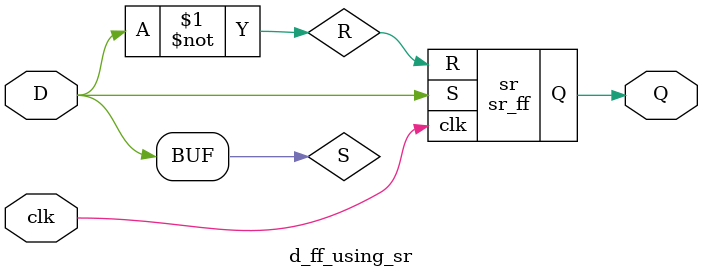
<source format=v>
module sr_ff (
    input clk, S, R,
    output reg Q
);
    always @(posedge clk) begin
        if (S == 1 && R == 0)
            Q <= 1;
        else if (S == 0 && R == 1)
            Q <= 0;
        else if (S == 0 && R == 0)
            Q <= Q;  // Hold
        else
            Q <= 1'bx; // Invalid condition (S=1, R=1)
    end
endmodule

module d_ff_using_sr (
    input clk, D,
    output Q
);
    wire S, R;

    assign S = D;
    assign R = ~D;

    sr_ff sr(.clk(clk), .S(S), .R(R), .Q(Q));
endmodule


</source>
